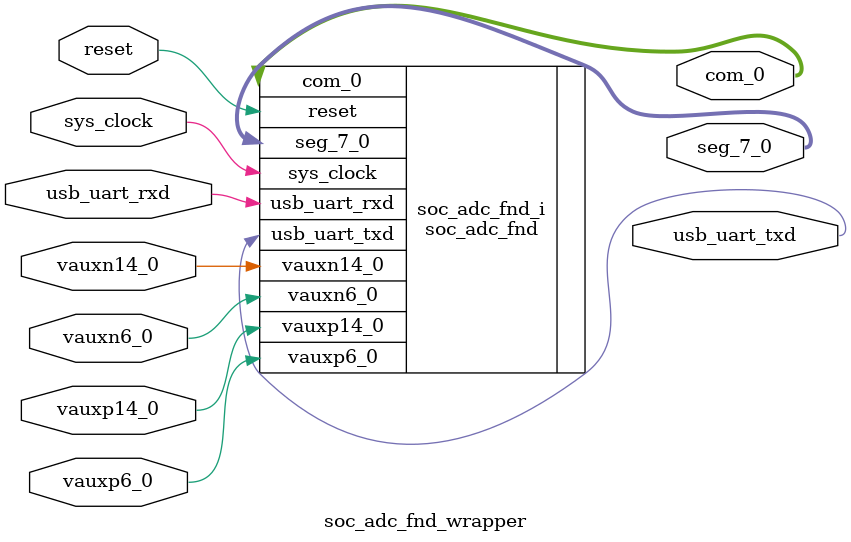
<source format=v>
`timescale 1 ps / 1 ps

module soc_adc_fnd_wrapper
   (com_0,
    reset,
    seg_7_0,
    sys_clock,
    usb_uart_rxd,
    usb_uart_txd,
    vauxn14_0,
    vauxn6_0,
    vauxp14_0,
    vauxp6_0);
  output [3:0]com_0;
  input reset;
  output [7:0]seg_7_0;
  input sys_clock;
  input usb_uart_rxd;
  output usb_uart_txd;
  input vauxn14_0;
  input vauxn6_0;
  input vauxp14_0;
  input vauxp6_0;

  wire [3:0]com_0;
  wire reset;
  wire [7:0]seg_7_0;
  wire sys_clock;
  wire usb_uart_rxd;
  wire usb_uart_txd;
  wire vauxn14_0;
  wire vauxn6_0;
  wire vauxp14_0;
  wire vauxp6_0;

  soc_adc_fnd soc_adc_fnd_i
       (.com_0(com_0),
        .reset(reset),
        .seg_7_0(seg_7_0),
        .sys_clock(sys_clock),
        .usb_uart_rxd(usb_uart_rxd),
        .usb_uart_txd(usb_uart_txd),
        .vauxn14_0(vauxn14_0),
        .vauxn6_0(vauxn6_0),
        .vauxp14_0(vauxp14_0),
        .vauxp6_0(vauxp6_0));
endmodule

</source>
